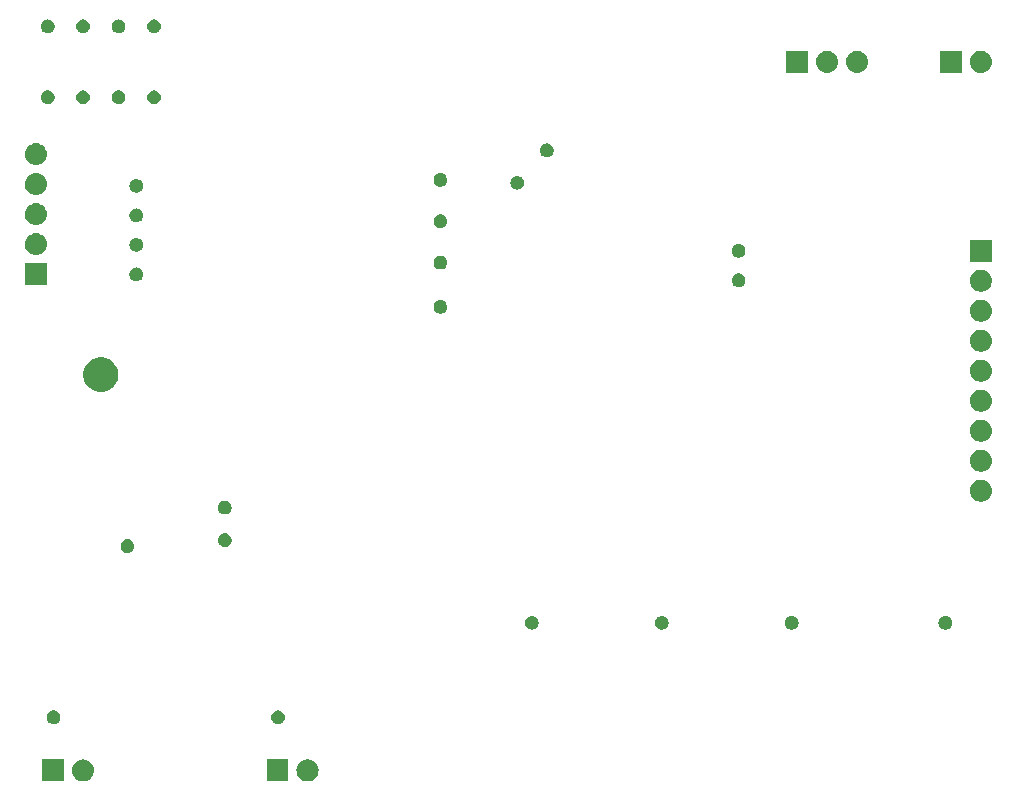
<source format=gbr>
G04 #@! TF.GenerationSoftware,KiCad,Pcbnew,5.1.4*
G04 #@! TF.CreationDate,2019-11-06T21:16:27-05:00*
G04 #@! TF.ProjectId,device-config-demo,64657669-6365-42d6-936f-6e6669672d64,rev?*
G04 #@! TF.SameCoordinates,Original*
G04 #@! TF.FileFunction,Soldermask,Bot*
G04 #@! TF.FilePolarity,Negative*
%FSLAX46Y46*%
G04 Gerber Fmt 4.6, Leading zero omitted, Abs format (unit mm)*
G04 Created by KiCad (PCBNEW 5.1.4) date 2019-11-06 21:16:27*
%MOMM*%
%LPD*%
G04 APERTURE LIST*
%ADD10C,0.100000*%
G04 APERTURE END LIST*
D10*
G36*
X233091224Y-209074486D02*
G01*
X233182312Y-209083457D01*
X233357617Y-209136636D01*
X233357620Y-209136637D01*
X233443298Y-209182433D01*
X233519180Y-209222992D01*
X233660791Y-209339209D01*
X233777008Y-209480820D01*
X233817567Y-209556702D01*
X233863363Y-209642380D01*
X233863364Y-209642383D01*
X233916543Y-209817688D01*
X233934499Y-210000000D01*
X233916543Y-210182312D01*
X233863364Y-210357617D01*
X233863363Y-210357620D01*
X233817567Y-210443298D01*
X233777008Y-210519180D01*
X233660791Y-210660791D01*
X233519180Y-210777008D01*
X233443298Y-210817567D01*
X233357620Y-210863363D01*
X233357617Y-210863364D01*
X233182312Y-210916543D01*
X233091224Y-210925514D01*
X233045681Y-210930000D01*
X232954319Y-210930000D01*
X232908776Y-210925514D01*
X232817688Y-210916543D01*
X232642383Y-210863364D01*
X232642380Y-210863363D01*
X232556702Y-210817567D01*
X232480820Y-210777008D01*
X232339209Y-210660791D01*
X232222992Y-210519180D01*
X232182433Y-210443298D01*
X232136637Y-210357620D01*
X232136636Y-210357617D01*
X232083457Y-210182312D01*
X232065501Y-210000000D01*
X232083457Y-209817688D01*
X232136636Y-209642383D01*
X232136637Y-209642380D01*
X232182433Y-209556702D01*
X232222992Y-209480820D01*
X232339209Y-209339209D01*
X232480820Y-209222992D01*
X232556702Y-209182433D01*
X232642380Y-209136637D01*
X232642383Y-209136636D01*
X232817688Y-209083457D01*
X232908776Y-209074486D01*
X232954319Y-209070000D01*
X233045681Y-209070000D01*
X233091224Y-209074486D01*
X233091224Y-209074486D01*
G37*
G36*
X231390000Y-210930000D02*
G01*
X229530000Y-210930000D01*
X229530000Y-209070000D01*
X231390000Y-209070000D01*
X231390000Y-210930000D01*
X231390000Y-210930000D01*
G37*
G36*
X212390000Y-210930000D02*
G01*
X210530000Y-210930000D01*
X210530000Y-209070000D01*
X212390000Y-209070000D01*
X212390000Y-210930000D01*
X212390000Y-210930000D01*
G37*
G36*
X214091224Y-209074486D02*
G01*
X214182312Y-209083457D01*
X214357617Y-209136636D01*
X214357620Y-209136637D01*
X214443298Y-209182433D01*
X214519180Y-209222992D01*
X214660791Y-209339209D01*
X214777008Y-209480820D01*
X214817567Y-209556702D01*
X214863363Y-209642380D01*
X214863364Y-209642383D01*
X214916543Y-209817688D01*
X214934499Y-210000000D01*
X214916543Y-210182312D01*
X214863364Y-210357617D01*
X214863363Y-210357620D01*
X214817567Y-210443298D01*
X214777008Y-210519180D01*
X214660791Y-210660791D01*
X214519180Y-210777008D01*
X214443298Y-210817567D01*
X214357620Y-210863363D01*
X214357617Y-210863364D01*
X214182312Y-210916543D01*
X214091224Y-210925514D01*
X214045681Y-210930000D01*
X213954319Y-210930000D01*
X213908776Y-210925514D01*
X213817688Y-210916543D01*
X213642383Y-210863364D01*
X213642380Y-210863363D01*
X213556702Y-210817567D01*
X213480820Y-210777008D01*
X213339209Y-210660791D01*
X213222992Y-210519180D01*
X213182433Y-210443298D01*
X213136637Y-210357620D01*
X213136636Y-210357617D01*
X213083457Y-210182312D01*
X213065501Y-210000000D01*
X213083457Y-209817688D01*
X213136636Y-209642383D01*
X213136637Y-209642380D01*
X213182433Y-209556702D01*
X213222992Y-209480820D01*
X213339209Y-209339209D01*
X213480820Y-209222992D01*
X213556702Y-209182433D01*
X213642380Y-209136637D01*
X213642383Y-209136636D01*
X213817688Y-209083457D01*
X213908776Y-209074486D01*
X213954319Y-209070000D01*
X214045681Y-209070000D01*
X214091224Y-209074486D01*
X214091224Y-209074486D01*
G37*
G36*
X211613152Y-204931144D02*
G01*
X211669180Y-204942289D01*
X211774733Y-204986011D01*
X211869728Y-205049485D01*
X211950515Y-205130272D01*
X212013989Y-205225267D01*
X212057711Y-205330820D01*
X212080000Y-205442875D01*
X212080000Y-205557125D01*
X212057711Y-205669180D01*
X212013989Y-205774733D01*
X211950515Y-205869728D01*
X211869728Y-205950515D01*
X211774733Y-206013989D01*
X211669180Y-206057711D01*
X211613153Y-206068855D01*
X211557126Y-206080000D01*
X211442874Y-206080000D01*
X211386847Y-206068855D01*
X211330820Y-206057711D01*
X211225267Y-206013989D01*
X211130272Y-205950515D01*
X211049485Y-205869728D01*
X210986011Y-205774733D01*
X210942289Y-205669180D01*
X210920000Y-205557125D01*
X210920000Y-205442875D01*
X210942289Y-205330820D01*
X210986011Y-205225267D01*
X211049485Y-205130272D01*
X211130272Y-205049485D01*
X211225267Y-204986011D01*
X211330820Y-204942289D01*
X211386848Y-204931144D01*
X211442874Y-204920000D01*
X211557126Y-204920000D01*
X211613152Y-204931144D01*
X211613152Y-204931144D01*
G37*
G36*
X230613152Y-204931144D02*
G01*
X230669180Y-204942289D01*
X230774733Y-204986011D01*
X230869728Y-205049485D01*
X230950515Y-205130272D01*
X231013989Y-205225267D01*
X231057711Y-205330820D01*
X231080000Y-205442875D01*
X231080000Y-205557125D01*
X231057711Y-205669180D01*
X231013989Y-205774733D01*
X230950515Y-205869728D01*
X230869728Y-205950515D01*
X230774733Y-206013989D01*
X230669180Y-206057711D01*
X230613153Y-206068855D01*
X230557126Y-206080000D01*
X230442874Y-206080000D01*
X230386847Y-206068855D01*
X230330820Y-206057711D01*
X230225267Y-206013989D01*
X230130272Y-205950515D01*
X230049485Y-205869728D01*
X229986011Y-205774733D01*
X229942289Y-205669180D01*
X229920000Y-205557125D01*
X229920000Y-205442875D01*
X229942289Y-205330820D01*
X229986011Y-205225267D01*
X230049485Y-205130272D01*
X230130272Y-205049485D01*
X230225267Y-204986011D01*
X230330820Y-204942289D01*
X230386848Y-204931144D01*
X230442874Y-204920000D01*
X230557126Y-204920000D01*
X230613152Y-204931144D01*
X230613152Y-204931144D01*
G37*
G36*
X287113153Y-196931145D02*
G01*
X287169180Y-196942289D01*
X287274733Y-196986011D01*
X287369728Y-197049485D01*
X287450515Y-197130272D01*
X287513989Y-197225267D01*
X287557711Y-197330820D01*
X287580000Y-197442875D01*
X287580000Y-197557125D01*
X287557711Y-197669180D01*
X287513989Y-197774733D01*
X287450515Y-197869728D01*
X287369728Y-197950515D01*
X287274733Y-198013989D01*
X287169180Y-198057711D01*
X287113153Y-198068855D01*
X287057126Y-198080000D01*
X286942874Y-198080000D01*
X286886847Y-198068855D01*
X286830820Y-198057711D01*
X286725267Y-198013989D01*
X286630272Y-197950515D01*
X286549485Y-197869728D01*
X286486011Y-197774733D01*
X286442289Y-197669180D01*
X286420000Y-197557125D01*
X286420000Y-197442875D01*
X286442289Y-197330820D01*
X286486011Y-197225267D01*
X286549485Y-197130272D01*
X286630272Y-197049485D01*
X286725267Y-196986011D01*
X286830820Y-196942289D01*
X286886847Y-196931145D01*
X286942874Y-196920000D01*
X287057126Y-196920000D01*
X287113153Y-196931145D01*
X287113153Y-196931145D01*
G37*
G36*
X274113153Y-196931145D02*
G01*
X274169180Y-196942289D01*
X274274733Y-196986011D01*
X274369728Y-197049485D01*
X274450515Y-197130272D01*
X274513989Y-197225267D01*
X274557711Y-197330820D01*
X274580000Y-197442875D01*
X274580000Y-197557125D01*
X274557711Y-197669180D01*
X274513989Y-197774733D01*
X274450515Y-197869728D01*
X274369728Y-197950515D01*
X274274733Y-198013989D01*
X274169180Y-198057711D01*
X274113153Y-198068855D01*
X274057126Y-198080000D01*
X273942874Y-198080000D01*
X273886847Y-198068855D01*
X273830820Y-198057711D01*
X273725267Y-198013989D01*
X273630272Y-197950515D01*
X273549485Y-197869728D01*
X273486011Y-197774733D01*
X273442289Y-197669180D01*
X273420000Y-197557125D01*
X273420000Y-197442875D01*
X273442289Y-197330820D01*
X273486011Y-197225267D01*
X273549485Y-197130272D01*
X273630272Y-197049485D01*
X273725267Y-196986011D01*
X273830820Y-196942289D01*
X273886847Y-196931145D01*
X273942874Y-196920000D01*
X274057126Y-196920000D01*
X274113153Y-196931145D01*
X274113153Y-196931145D01*
G37*
G36*
X263113153Y-196931145D02*
G01*
X263169180Y-196942289D01*
X263274733Y-196986011D01*
X263369728Y-197049485D01*
X263450515Y-197130272D01*
X263513989Y-197225267D01*
X263557711Y-197330820D01*
X263580000Y-197442875D01*
X263580000Y-197557125D01*
X263557711Y-197669180D01*
X263513989Y-197774733D01*
X263450515Y-197869728D01*
X263369728Y-197950515D01*
X263274733Y-198013989D01*
X263169180Y-198057711D01*
X263113153Y-198068855D01*
X263057126Y-198080000D01*
X262942874Y-198080000D01*
X262886847Y-198068855D01*
X262830820Y-198057711D01*
X262725267Y-198013989D01*
X262630272Y-197950515D01*
X262549485Y-197869728D01*
X262486011Y-197774733D01*
X262442289Y-197669180D01*
X262420000Y-197557125D01*
X262420000Y-197442875D01*
X262442289Y-197330820D01*
X262486011Y-197225267D01*
X262549485Y-197130272D01*
X262630272Y-197049485D01*
X262725267Y-196986011D01*
X262830820Y-196942289D01*
X262886847Y-196931145D01*
X262942874Y-196920000D01*
X263057126Y-196920000D01*
X263113153Y-196931145D01*
X263113153Y-196931145D01*
G37*
G36*
X252113153Y-196931145D02*
G01*
X252169180Y-196942289D01*
X252274733Y-196986011D01*
X252369728Y-197049485D01*
X252450515Y-197130272D01*
X252513989Y-197225267D01*
X252557711Y-197330820D01*
X252580000Y-197442875D01*
X252580000Y-197557125D01*
X252557711Y-197669180D01*
X252513989Y-197774733D01*
X252450515Y-197869728D01*
X252369728Y-197950515D01*
X252274733Y-198013989D01*
X252169180Y-198057711D01*
X252113153Y-198068855D01*
X252057126Y-198080000D01*
X251942874Y-198080000D01*
X251886847Y-198068855D01*
X251830820Y-198057711D01*
X251725267Y-198013989D01*
X251630272Y-197950515D01*
X251549485Y-197869728D01*
X251486011Y-197774733D01*
X251442289Y-197669180D01*
X251420000Y-197557125D01*
X251420000Y-197442875D01*
X251442289Y-197330820D01*
X251486011Y-197225267D01*
X251549485Y-197130272D01*
X251630272Y-197049485D01*
X251725267Y-196986011D01*
X251830820Y-196942289D01*
X251886847Y-196931145D01*
X251942874Y-196920000D01*
X252057126Y-196920000D01*
X252113153Y-196931145D01*
X252113153Y-196931145D01*
G37*
G36*
X217863152Y-190431144D02*
G01*
X217919180Y-190442289D01*
X218024733Y-190486011D01*
X218119728Y-190549485D01*
X218200515Y-190630272D01*
X218263990Y-190725269D01*
X218307711Y-190830821D01*
X218330000Y-190942874D01*
X218330000Y-191057126D01*
X218325450Y-191080000D01*
X218307711Y-191169180D01*
X218263989Y-191274733D01*
X218200515Y-191369728D01*
X218119728Y-191450515D01*
X218024733Y-191513989D01*
X217919180Y-191557711D01*
X217863153Y-191568855D01*
X217807126Y-191580000D01*
X217692874Y-191580000D01*
X217636848Y-191568856D01*
X217580820Y-191557711D01*
X217475267Y-191513989D01*
X217380272Y-191450515D01*
X217299485Y-191369728D01*
X217236011Y-191274733D01*
X217192289Y-191169180D01*
X217174550Y-191080000D01*
X217170000Y-191057126D01*
X217170000Y-190942874D01*
X217192289Y-190830821D01*
X217236010Y-190725269D01*
X217299485Y-190630272D01*
X217380272Y-190549485D01*
X217475267Y-190486011D01*
X217580820Y-190442289D01*
X217636848Y-190431144D01*
X217692874Y-190420000D01*
X217807126Y-190420000D01*
X217863152Y-190431144D01*
X217863152Y-190431144D01*
G37*
G36*
X226113152Y-189931144D02*
G01*
X226169180Y-189942289D01*
X226274733Y-189986011D01*
X226369728Y-190049485D01*
X226450515Y-190130272D01*
X226513990Y-190225269D01*
X226557711Y-190330821D01*
X226579884Y-190442289D01*
X226580000Y-190442875D01*
X226580000Y-190557125D01*
X226557711Y-190669180D01*
X226513989Y-190774733D01*
X226450515Y-190869728D01*
X226369728Y-190950515D01*
X226274733Y-191013989D01*
X226169180Y-191057711D01*
X226113152Y-191068856D01*
X226057126Y-191080000D01*
X225942874Y-191080000D01*
X225886848Y-191068856D01*
X225830820Y-191057711D01*
X225725267Y-191013989D01*
X225630272Y-190950515D01*
X225549485Y-190869728D01*
X225486011Y-190774733D01*
X225442289Y-190669180D01*
X225420000Y-190557125D01*
X225420000Y-190442875D01*
X225420117Y-190442289D01*
X225442289Y-190330821D01*
X225486010Y-190225269D01*
X225549485Y-190130272D01*
X225630272Y-190049485D01*
X225725267Y-189986011D01*
X225830820Y-189942289D01*
X225886847Y-189931145D01*
X225942874Y-189920000D01*
X226057126Y-189920000D01*
X226113152Y-189931144D01*
X226113152Y-189931144D01*
G37*
G36*
X226113153Y-187181145D02*
G01*
X226169180Y-187192289D01*
X226274733Y-187236011D01*
X226369728Y-187299485D01*
X226450515Y-187380272D01*
X226513989Y-187475267D01*
X226557711Y-187580820D01*
X226580000Y-187692875D01*
X226580000Y-187807125D01*
X226557711Y-187919180D01*
X226513989Y-188024733D01*
X226450515Y-188119728D01*
X226369728Y-188200515D01*
X226274733Y-188263989D01*
X226169180Y-188307711D01*
X226113152Y-188318856D01*
X226057126Y-188330000D01*
X225942874Y-188330000D01*
X225886848Y-188318856D01*
X225830820Y-188307711D01*
X225725267Y-188263989D01*
X225630272Y-188200515D01*
X225549485Y-188119728D01*
X225486011Y-188024733D01*
X225442289Y-187919180D01*
X225420000Y-187807125D01*
X225420000Y-187692875D01*
X225442289Y-187580820D01*
X225486011Y-187475267D01*
X225549485Y-187380272D01*
X225630272Y-187299485D01*
X225725267Y-187236011D01*
X225830820Y-187192289D01*
X225886847Y-187181145D01*
X225942874Y-187170000D01*
X226057126Y-187170000D01*
X226113153Y-187181145D01*
X226113153Y-187181145D01*
G37*
G36*
X290091224Y-185394486D02*
G01*
X290182312Y-185403457D01*
X290357617Y-185456636D01*
X290357620Y-185456637D01*
X290443298Y-185502433D01*
X290519180Y-185542992D01*
X290660791Y-185659209D01*
X290777008Y-185800820D01*
X290817567Y-185876702D01*
X290863363Y-185962380D01*
X290863364Y-185962383D01*
X290916543Y-186137688D01*
X290934499Y-186320000D01*
X290916543Y-186502312D01*
X290863364Y-186677617D01*
X290863363Y-186677620D01*
X290817567Y-186763298D01*
X290777008Y-186839180D01*
X290660791Y-186980791D01*
X290519180Y-187097008D01*
X290443298Y-187137567D01*
X290357620Y-187183363D01*
X290357617Y-187183364D01*
X290182312Y-187236543D01*
X290091224Y-187245514D01*
X290045681Y-187250000D01*
X289954319Y-187250000D01*
X289908776Y-187245514D01*
X289817688Y-187236543D01*
X289642383Y-187183364D01*
X289642380Y-187183363D01*
X289556702Y-187137567D01*
X289480820Y-187097008D01*
X289339209Y-186980791D01*
X289222992Y-186839180D01*
X289182433Y-186763298D01*
X289136637Y-186677620D01*
X289136636Y-186677617D01*
X289083457Y-186502312D01*
X289065501Y-186320000D01*
X289083457Y-186137688D01*
X289136636Y-185962383D01*
X289136637Y-185962380D01*
X289182433Y-185876702D01*
X289222992Y-185800820D01*
X289339209Y-185659209D01*
X289480820Y-185542992D01*
X289556702Y-185502433D01*
X289642380Y-185456637D01*
X289642383Y-185456636D01*
X289817688Y-185403457D01*
X289908776Y-185394486D01*
X289954319Y-185390000D01*
X290045681Y-185390000D01*
X290091224Y-185394486D01*
X290091224Y-185394486D01*
G37*
G36*
X290091224Y-182854486D02*
G01*
X290182312Y-182863457D01*
X290357617Y-182916636D01*
X290357620Y-182916637D01*
X290443298Y-182962433D01*
X290519180Y-183002992D01*
X290660791Y-183119209D01*
X290777008Y-183260820D01*
X290817567Y-183336702D01*
X290863363Y-183422380D01*
X290863364Y-183422383D01*
X290916543Y-183597688D01*
X290934499Y-183780000D01*
X290916543Y-183962312D01*
X290863364Y-184137617D01*
X290863363Y-184137620D01*
X290817567Y-184223298D01*
X290777008Y-184299180D01*
X290660791Y-184440791D01*
X290519180Y-184557008D01*
X290443298Y-184597567D01*
X290357620Y-184643363D01*
X290357617Y-184643364D01*
X290182312Y-184696543D01*
X290091224Y-184705514D01*
X290045681Y-184710000D01*
X289954319Y-184710000D01*
X289908776Y-184705514D01*
X289817688Y-184696543D01*
X289642383Y-184643364D01*
X289642380Y-184643363D01*
X289556702Y-184597567D01*
X289480820Y-184557008D01*
X289339209Y-184440791D01*
X289222992Y-184299180D01*
X289182433Y-184223298D01*
X289136637Y-184137620D01*
X289136636Y-184137617D01*
X289083457Y-183962312D01*
X289065501Y-183780000D01*
X289083457Y-183597688D01*
X289136636Y-183422383D01*
X289136637Y-183422380D01*
X289182433Y-183336702D01*
X289222992Y-183260820D01*
X289339209Y-183119209D01*
X289480820Y-183002992D01*
X289556702Y-182962433D01*
X289642380Y-182916637D01*
X289642383Y-182916636D01*
X289817688Y-182863457D01*
X289908776Y-182854486D01*
X289954319Y-182850000D01*
X290045681Y-182850000D01*
X290091224Y-182854486D01*
X290091224Y-182854486D01*
G37*
G36*
X290091224Y-180314486D02*
G01*
X290182312Y-180323457D01*
X290357617Y-180376636D01*
X290357620Y-180376637D01*
X290443298Y-180422433D01*
X290519180Y-180462992D01*
X290660791Y-180579209D01*
X290777008Y-180720820D01*
X290817567Y-180796702D01*
X290863363Y-180882380D01*
X290863364Y-180882383D01*
X290916543Y-181057688D01*
X290934499Y-181240000D01*
X290916543Y-181422312D01*
X290863364Y-181597617D01*
X290863363Y-181597620D01*
X290817567Y-181683298D01*
X290777008Y-181759180D01*
X290660791Y-181900791D01*
X290519180Y-182017008D01*
X290443298Y-182057567D01*
X290357620Y-182103363D01*
X290357617Y-182103364D01*
X290182312Y-182156543D01*
X290091224Y-182165514D01*
X290045681Y-182170000D01*
X289954319Y-182170000D01*
X289908776Y-182165514D01*
X289817688Y-182156543D01*
X289642383Y-182103364D01*
X289642380Y-182103363D01*
X289556702Y-182057567D01*
X289480820Y-182017008D01*
X289339209Y-181900791D01*
X289222992Y-181759180D01*
X289182433Y-181683298D01*
X289136637Y-181597620D01*
X289136636Y-181597617D01*
X289083457Y-181422312D01*
X289065501Y-181240000D01*
X289083457Y-181057688D01*
X289136636Y-180882383D01*
X289136637Y-180882380D01*
X289182433Y-180796702D01*
X289222992Y-180720820D01*
X289339209Y-180579209D01*
X289480820Y-180462992D01*
X289556702Y-180422433D01*
X289642380Y-180376637D01*
X289642383Y-180376636D01*
X289817688Y-180323457D01*
X289908776Y-180314486D01*
X289954319Y-180310000D01*
X290045681Y-180310000D01*
X290091224Y-180314486D01*
X290091224Y-180314486D01*
G37*
G36*
X290091224Y-177774486D02*
G01*
X290182312Y-177783457D01*
X290357617Y-177836636D01*
X290357620Y-177836637D01*
X290443298Y-177882433D01*
X290519180Y-177922992D01*
X290660791Y-178039209D01*
X290777008Y-178180820D01*
X290817567Y-178256702D01*
X290863363Y-178342380D01*
X290863364Y-178342383D01*
X290916543Y-178517688D01*
X290934499Y-178700000D01*
X290916543Y-178882312D01*
X290863364Y-179057617D01*
X290863363Y-179057620D01*
X290817567Y-179143298D01*
X290777008Y-179219180D01*
X290660791Y-179360791D01*
X290519180Y-179477008D01*
X290443298Y-179517567D01*
X290357620Y-179563363D01*
X290357617Y-179563364D01*
X290182312Y-179616543D01*
X290091224Y-179625514D01*
X290045681Y-179630000D01*
X289954319Y-179630000D01*
X289908776Y-179625514D01*
X289817688Y-179616543D01*
X289642383Y-179563364D01*
X289642380Y-179563363D01*
X289556702Y-179517567D01*
X289480820Y-179477008D01*
X289339209Y-179360791D01*
X289222992Y-179219180D01*
X289182433Y-179143298D01*
X289136637Y-179057620D01*
X289136636Y-179057617D01*
X289083457Y-178882312D01*
X289065501Y-178700000D01*
X289083457Y-178517688D01*
X289136636Y-178342383D01*
X289136637Y-178342380D01*
X289182433Y-178256702D01*
X289222992Y-178180820D01*
X289339209Y-178039209D01*
X289480820Y-177922992D01*
X289556702Y-177882433D01*
X289642380Y-177836637D01*
X289642383Y-177836636D01*
X289817688Y-177783457D01*
X289908776Y-177774486D01*
X289954319Y-177770000D01*
X290045681Y-177770000D01*
X290091224Y-177774486D01*
X290091224Y-177774486D01*
G37*
G36*
X215931699Y-175076875D02*
G01*
X216201041Y-175188440D01*
X216201043Y-175188441D01*
X216443445Y-175350409D01*
X216649591Y-175556555D01*
X216811559Y-175798957D01*
X216811560Y-175798959D01*
X216923125Y-176068301D01*
X216980000Y-176354231D01*
X216980000Y-176645769D01*
X216923125Y-176931699D01*
X216811560Y-177201041D01*
X216811559Y-177201043D01*
X216649591Y-177443445D01*
X216443445Y-177649591D01*
X216201043Y-177811559D01*
X216201042Y-177811560D01*
X216201041Y-177811560D01*
X215931699Y-177923125D01*
X215645769Y-177980000D01*
X215354231Y-177980000D01*
X215068301Y-177923125D01*
X214798959Y-177811560D01*
X214798958Y-177811560D01*
X214798957Y-177811559D01*
X214556555Y-177649591D01*
X214350409Y-177443445D01*
X214188441Y-177201043D01*
X214188440Y-177201041D01*
X214076875Y-176931699D01*
X214020000Y-176645769D01*
X214020000Y-176354231D01*
X214076875Y-176068301D01*
X214188440Y-175798959D01*
X214188441Y-175798957D01*
X214350409Y-175556555D01*
X214556555Y-175350409D01*
X214798957Y-175188441D01*
X214798959Y-175188440D01*
X215068301Y-175076875D01*
X215354231Y-175020000D01*
X215645769Y-175020000D01*
X215931699Y-175076875D01*
X215931699Y-175076875D01*
G37*
G36*
X290091224Y-175234486D02*
G01*
X290182312Y-175243457D01*
X290357617Y-175296636D01*
X290357620Y-175296637D01*
X290443298Y-175342433D01*
X290519180Y-175382992D01*
X290660791Y-175499209D01*
X290777008Y-175640820D01*
X290817567Y-175716702D01*
X290863363Y-175802380D01*
X290863364Y-175802383D01*
X290916543Y-175977688D01*
X290934499Y-176160000D01*
X290916543Y-176342312D01*
X290863364Y-176517617D01*
X290863363Y-176517620D01*
X290817567Y-176603298D01*
X290777008Y-176679180D01*
X290660791Y-176820791D01*
X290519180Y-176937008D01*
X290443298Y-176977567D01*
X290357620Y-177023363D01*
X290357617Y-177023364D01*
X290182312Y-177076543D01*
X290091224Y-177085514D01*
X290045681Y-177090000D01*
X289954319Y-177090000D01*
X289908776Y-177085514D01*
X289817688Y-177076543D01*
X289642383Y-177023364D01*
X289642380Y-177023363D01*
X289556702Y-176977567D01*
X289480820Y-176937008D01*
X289339209Y-176820791D01*
X289222992Y-176679180D01*
X289182433Y-176603298D01*
X289136637Y-176517620D01*
X289136636Y-176517617D01*
X289083457Y-176342312D01*
X289065501Y-176160000D01*
X289083457Y-175977688D01*
X289136636Y-175802383D01*
X289136637Y-175802380D01*
X289182433Y-175716702D01*
X289222992Y-175640820D01*
X289339209Y-175499209D01*
X289480820Y-175382992D01*
X289556702Y-175342433D01*
X289642380Y-175296637D01*
X289642383Y-175296636D01*
X289817688Y-175243457D01*
X289908776Y-175234486D01*
X289954319Y-175230000D01*
X290045681Y-175230000D01*
X290091224Y-175234486D01*
X290091224Y-175234486D01*
G37*
G36*
X290091224Y-172694486D02*
G01*
X290182312Y-172703457D01*
X290357617Y-172756636D01*
X290357620Y-172756637D01*
X290443298Y-172802433D01*
X290519180Y-172842992D01*
X290660791Y-172959209D01*
X290777008Y-173100820D01*
X290817567Y-173176702D01*
X290863363Y-173262380D01*
X290863364Y-173262383D01*
X290916543Y-173437688D01*
X290934499Y-173620000D01*
X290916543Y-173802312D01*
X290863364Y-173977617D01*
X290863363Y-173977620D01*
X290817567Y-174063298D01*
X290777008Y-174139180D01*
X290660791Y-174280791D01*
X290519180Y-174397008D01*
X290443298Y-174437567D01*
X290357620Y-174483363D01*
X290357617Y-174483364D01*
X290182312Y-174536543D01*
X290091224Y-174545514D01*
X290045681Y-174550000D01*
X289954319Y-174550000D01*
X289908776Y-174545514D01*
X289817688Y-174536543D01*
X289642383Y-174483364D01*
X289642380Y-174483363D01*
X289556702Y-174437567D01*
X289480820Y-174397008D01*
X289339209Y-174280791D01*
X289222992Y-174139180D01*
X289182433Y-174063298D01*
X289136637Y-173977620D01*
X289136636Y-173977617D01*
X289083457Y-173802312D01*
X289065501Y-173620000D01*
X289083457Y-173437688D01*
X289136636Y-173262383D01*
X289136637Y-173262380D01*
X289182433Y-173176702D01*
X289222992Y-173100820D01*
X289339209Y-172959209D01*
X289480820Y-172842992D01*
X289556702Y-172802433D01*
X289642380Y-172756637D01*
X289642383Y-172756636D01*
X289817688Y-172703457D01*
X289908776Y-172694486D01*
X289954319Y-172690000D01*
X290045681Y-172690000D01*
X290091224Y-172694486D01*
X290091224Y-172694486D01*
G37*
G36*
X290091224Y-170154486D02*
G01*
X290182312Y-170163457D01*
X290357617Y-170216636D01*
X290357620Y-170216637D01*
X290393864Y-170236010D01*
X290519180Y-170302992D01*
X290660791Y-170419209D01*
X290777008Y-170560820D01*
X290817567Y-170636702D01*
X290863363Y-170722380D01*
X290863364Y-170722383D01*
X290916543Y-170897688D01*
X290934499Y-171080000D01*
X290916543Y-171262312D01*
X290863364Y-171437617D01*
X290863363Y-171437620D01*
X290817567Y-171523298D01*
X290777008Y-171599180D01*
X290660791Y-171740791D01*
X290519180Y-171857008D01*
X290443298Y-171897567D01*
X290357620Y-171943363D01*
X290357617Y-171943364D01*
X290182312Y-171996543D01*
X290091224Y-172005514D01*
X290045681Y-172010000D01*
X289954319Y-172010000D01*
X289908776Y-172005514D01*
X289817688Y-171996543D01*
X289642383Y-171943364D01*
X289642380Y-171943363D01*
X289556702Y-171897567D01*
X289480820Y-171857008D01*
X289339209Y-171740791D01*
X289222992Y-171599180D01*
X289182433Y-171523298D01*
X289136637Y-171437620D01*
X289136636Y-171437617D01*
X289083457Y-171262312D01*
X289065501Y-171080000D01*
X289083457Y-170897688D01*
X289136636Y-170722383D01*
X289136637Y-170722380D01*
X289182433Y-170636702D01*
X289222992Y-170560820D01*
X289339209Y-170419209D01*
X289480820Y-170302992D01*
X289606136Y-170236010D01*
X289642380Y-170216637D01*
X289642383Y-170216636D01*
X289817688Y-170163457D01*
X289908776Y-170154486D01*
X289954319Y-170150000D01*
X290045681Y-170150000D01*
X290091224Y-170154486D01*
X290091224Y-170154486D01*
G37*
G36*
X244363153Y-170181145D02*
G01*
X244419180Y-170192289D01*
X244524733Y-170236011D01*
X244619728Y-170299485D01*
X244700515Y-170380272D01*
X244763989Y-170475267D01*
X244807711Y-170580820D01*
X244830000Y-170692875D01*
X244830000Y-170807125D01*
X244807711Y-170919180D01*
X244763989Y-171024733D01*
X244700515Y-171119728D01*
X244619728Y-171200515D01*
X244524733Y-171263989D01*
X244419180Y-171307711D01*
X244363152Y-171318856D01*
X244307126Y-171330000D01*
X244192874Y-171330000D01*
X244136848Y-171318856D01*
X244080820Y-171307711D01*
X243975267Y-171263989D01*
X243880272Y-171200515D01*
X243799485Y-171119728D01*
X243736011Y-171024733D01*
X243692289Y-170919180D01*
X243670000Y-170807125D01*
X243670000Y-170692875D01*
X243692289Y-170580820D01*
X243736011Y-170475267D01*
X243799485Y-170380272D01*
X243880272Y-170299485D01*
X243975267Y-170236011D01*
X244080820Y-170192289D01*
X244136847Y-170181145D01*
X244192874Y-170170000D01*
X244307126Y-170170000D01*
X244363153Y-170181145D01*
X244363153Y-170181145D01*
G37*
G36*
X290091224Y-167614486D02*
G01*
X290182312Y-167623457D01*
X290357617Y-167676636D01*
X290357620Y-167676637D01*
X290443298Y-167722433D01*
X290519180Y-167762992D01*
X290660791Y-167879209D01*
X290777008Y-168020820D01*
X290817567Y-168096702D01*
X290863363Y-168182380D01*
X290863364Y-168182383D01*
X290916543Y-168357688D01*
X290934499Y-168540000D01*
X290916543Y-168722312D01*
X290900641Y-168774733D01*
X290863363Y-168897620D01*
X290835090Y-168950515D01*
X290777008Y-169059180D01*
X290660791Y-169200791D01*
X290519180Y-169317008D01*
X290443298Y-169357567D01*
X290357620Y-169403363D01*
X290357617Y-169403364D01*
X290182312Y-169456543D01*
X290091224Y-169465514D01*
X290045681Y-169470000D01*
X289954319Y-169470000D01*
X289908776Y-169465514D01*
X289817688Y-169456543D01*
X289642383Y-169403364D01*
X289642380Y-169403363D01*
X289556702Y-169357567D01*
X289480820Y-169317008D01*
X289339209Y-169200791D01*
X289222992Y-169059180D01*
X289164910Y-168950515D01*
X289136637Y-168897620D01*
X289099359Y-168774733D01*
X289083457Y-168722312D01*
X289065501Y-168540000D01*
X289083457Y-168357688D01*
X289136636Y-168182383D01*
X289136637Y-168182380D01*
X289182433Y-168096702D01*
X289222992Y-168020820D01*
X289339209Y-167879209D01*
X289480820Y-167762992D01*
X289556702Y-167722433D01*
X289642380Y-167676637D01*
X289642383Y-167676636D01*
X289817688Y-167623457D01*
X289908776Y-167614486D01*
X289954319Y-167610000D01*
X290045681Y-167610000D01*
X290091224Y-167614486D01*
X290091224Y-167614486D01*
G37*
G36*
X269613153Y-167931145D02*
G01*
X269669180Y-167942289D01*
X269774733Y-167986011D01*
X269869728Y-168049485D01*
X269950515Y-168130272D01*
X269985335Y-168182383D01*
X270013990Y-168225269D01*
X270057711Y-168330821D01*
X270080000Y-168442874D01*
X270080000Y-168557126D01*
X270075450Y-168580000D01*
X270057711Y-168669180D01*
X270013989Y-168774733D01*
X269950515Y-168869728D01*
X269869728Y-168950515D01*
X269774733Y-169013989D01*
X269669180Y-169057711D01*
X269613153Y-169068855D01*
X269557126Y-169080000D01*
X269442874Y-169080000D01*
X269386847Y-169068855D01*
X269330820Y-169057711D01*
X269225267Y-169013989D01*
X269130272Y-168950515D01*
X269049485Y-168869728D01*
X268986011Y-168774733D01*
X268942289Y-168669180D01*
X268924550Y-168580000D01*
X268920000Y-168557126D01*
X268920000Y-168442874D01*
X268942289Y-168330821D01*
X268986010Y-168225269D01*
X269014666Y-168182383D01*
X269049485Y-168130272D01*
X269130272Y-168049485D01*
X269225267Y-167986011D01*
X269330820Y-167942289D01*
X269386847Y-167931145D01*
X269442874Y-167920000D01*
X269557126Y-167920000D01*
X269613153Y-167931145D01*
X269613153Y-167931145D01*
G37*
G36*
X210930000Y-168930000D02*
G01*
X209070000Y-168930000D01*
X209070000Y-167070000D01*
X210930000Y-167070000D01*
X210930000Y-168930000D01*
X210930000Y-168930000D01*
G37*
G36*
X218613153Y-167431145D02*
G01*
X218669180Y-167442289D01*
X218774733Y-167486011D01*
X218869728Y-167549485D01*
X218950515Y-167630272D01*
X218981495Y-167676636D01*
X219013990Y-167725269D01*
X219057711Y-167830821D01*
X219079884Y-167942289D01*
X219080000Y-167942875D01*
X219080000Y-168057125D01*
X219057711Y-168169180D01*
X219013989Y-168274733D01*
X218950515Y-168369728D01*
X218869728Y-168450515D01*
X218774733Y-168513989D01*
X218669180Y-168557711D01*
X218613152Y-168568856D01*
X218557126Y-168580000D01*
X218442874Y-168580000D01*
X218386848Y-168568856D01*
X218330820Y-168557711D01*
X218225267Y-168513989D01*
X218130272Y-168450515D01*
X218049485Y-168369728D01*
X217986011Y-168274733D01*
X217942289Y-168169180D01*
X217920000Y-168057125D01*
X217920000Y-167942875D01*
X217920117Y-167942289D01*
X217942289Y-167830821D01*
X217986010Y-167725269D01*
X218018506Y-167676636D01*
X218049485Y-167630272D01*
X218130272Y-167549485D01*
X218225267Y-167486011D01*
X218330820Y-167442289D01*
X218386847Y-167431145D01*
X218442874Y-167420000D01*
X218557126Y-167420000D01*
X218613153Y-167431145D01*
X218613153Y-167431145D01*
G37*
G36*
X244363152Y-166431144D02*
G01*
X244419180Y-166442289D01*
X244524733Y-166486011D01*
X244619728Y-166549485D01*
X244700515Y-166630272D01*
X244763989Y-166725267D01*
X244807711Y-166830820D01*
X244830000Y-166942875D01*
X244830000Y-167057125D01*
X244807711Y-167169180D01*
X244763989Y-167274733D01*
X244700515Y-167369728D01*
X244619728Y-167450515D01*
X244524733Y-167513989D01*
X244419180Y-167557711D01*
X244363153Y-167568855D01*
X244307126Y-167580000D01*
X244192874Y-167580000D01*
X244136847Y-167568855D01*
X244080820Y-167557711D01*
X243975267Y-167513989D01*
X243880272Y-167450515D01*
X243799485Y-167369728D01*
X243736011Y-167274733D01*
X243692289Y-167169180D01*
X243670000Y-167057125D01*
X243670000Y-166942875D01*
X243692289Y-166830820D01*
X243736011Y-166725267D01*
X243799485Y-166630272D01*
X243880272Y-166549485D01*
X243975267Y-166486011D01*
X244080820Y-166442289D01*
X244136848Y-166431144D01*
X244192874Y-166420000D01*
X244307126Y-166420000D01*
X244363152Y-166431144D01*
X244363152Y-166431144D01*
G37*
G36*
X290930000Y-166930000D02*
G01*
X289070000Y-166930000D01*
X289070000Y-165070000D01*
X290930000Y-165070000D01*
X290930000Y-166930000D01*
X290930000Y-166930000D01*
G37*
G36*
X269613153Y-165431145D02*
G01*
X269669180Y-165442289D01*
X269774733Y-165486011D01*
X269869728Y-165549485D01*
X269950515Y-165630272D01*
X270013990Y-165725269D01*
X270057711Y-165830821D01*
X270080000Y-165942874D01*
X270080000Y-166057126D01*
X270075450Y-166080000D01*
X270057711Y-166169180D01*
X270013989Y-166274733D01*
X269950515Y-166369728D01*
X269869728Y-166450515D01*
X269774733Y-166513989D01*
X269669180Y-166557711D01*
X269613152Y-166568856D01*
X269557126Y-166580000D01*
X269442874Y-166580000D01*
X269386848Y-166568856D01*
X269330820Y-166557711D01*
X269225267Y-166513989D01*
X269130272Y-166450515D01*
X269049485Y-166369728D01*
X268986011Y-166274733D01*
X268942289Y-166169180D01*
X268924550Y-166080000D01*
X268920000Y-166057126D01*
X268920000Y-165942874D01*
X268942289Y-165830821D01*
X268986010Y-165725269D01*
X269049485Y-165630272D01*
X269130272Y-165549485D01*
X269225267Y-165486011D01*
X269330820Y-165442289D01*
X269386848Y-165431144D01*
X269442874Y-165420000D01*
X269557126Y-165420000D01*
X269613153Y-165431145D01*
X269613153Y-165431145D01*
G37*
G36*
X210091224Y-164534486D02*
G01*
X210182312Y-164543457D01*
X210357617Y-164596636D01*
X210357620Y-164596637D01*
X210443298Y-164642433D01*
X210519180Y-164682992D01*
X210660791Y-164799209D01*
X210777008Y-164940820D01*
X210777793Y-164942289D01*
X210863363Y-165102380D01*
X210863364Y-165102383D01*
X210916543Y-165277688D01*
X210934499Y-165460000D01*
X210916543Y-165642312D01*
X210876373Y-165774733D01*
X210863363Y-165817620D01*
X210817567Y-165903298D01*
X210777008Y-165979180D01*
X210660791Y-166120791D01*
X210519180Y-166237008D01*
X210448604Y-166274731D01*
X210357620Y-166323363D01*
X210357617Y-166323364D01*
X210182312Y-166376543D01*
X210091224Y-166385514D01*
X210045681Y-166390000D01*
X209954319Y-166390000D01*
X209908776Y-166385514D01*
X209817688Y-166376543D01*
X209642383Y-166323364D01*
X209642380Y-166323363D01*
X209551396Y-166274731D01*
X209480820Y-166237008D01*
X209339209Y-166120791D01*
X209222992Y-165979180D01*
X209182433Y-165903298D01*
X209136637Y-165817620D01*
X209123627Y-165774733D01*
X209083457Y-165642312D01*
X209065501Y-165460000D01*
X209083457Y-165277688D01*
X209136636Y-165102383D01*
X209136637Y-165102380D01*
X209222207Y-164942289D01*
X209222992Y-164940820D01*
X209339209Y-164799209D01*
X209480820Y-164682992D01*
X209556702Y-164642433D01*
X209642380Y-164596637D01*
X209642383Y-164596636D01*
X209817688Y-164543457D01*
X209908776Y-164534486D01*
X209954319Y-164530000D01*
X210045681Y-164530000D01*
X210091224Y-164534486D01*
X210091224Y-164534486D01*
G37*
G36*
X218613152Y-164931144D02*
G01*
X218669180Y-164942289D01*
X218774733Y-164986011D01*
X218869728Y-165049485D01*
X218950515Y-165130272D01*
X219013989Y-165225267D01*
X219035704Y-165277690D01*
X219057711Y-165330821D01*
X219079884Y-165442289D01*
X219080000Y-165442875D01*
X219080000Y-165557125D01*
X219057711Y-165669180D01*
X219013989Y-165774733D01*
X218950515Y-165869728D01*
X218869728Y-165950515D01*
X218774733Y-166013989D01*
X218669180Y-166057711D01*
X218613153Y-166068855D01*
X218557126Y-166080000D01*
X218442874Y-166080000D01*
X218386847Y-166068855D01*
X218330820Y-166057711D01*
X218225267Y-166013989D01*
X218130272Y-165950515D01*
X218049485Y-165869728D01*
X217986011Y-165774733D01*
X217942289Y-165669180D01*
X217920000Y-165557125D01*
X217920000Y-165442875D01*
X217920117Y-165442289D01*
X217942289Y-165330821D01*
X217964297Y-165277690D01*
X217986011Y-165225267D01*
X218049485Y-165130272D01*
X218130272Y-165049485D01*
X218225267Y-164986011D01*
X218330820Y-164942289D01*
X218386848Y-164931144D01*
X218442874Y-164920000D01*
X218557126Y-164920000D01*
X218613152Y-164931144D01*
X218613152Y-164931144D01*
G37*
G36*
X244363152Y-162931144D02*
G01*
X244419180Y-162942289D01*
X244524733Y-162986011D01*
X244619728Y-163049485D01*
X244700515Y-163130272D01*
X244763989Y-163225267D01*
X244785675Y-163277620D01*
X244807711Y-163330821D01*
X244830000Y-163442874D01*
X244830000Y-163557126D01*
X244825450Y-163580000D01*
X244807711Y-163669180D01*
X244763989Y-163774733D01*
X244700515Y-163869728D01*
X244619728Y-163950515D01*
X244524733Y-164013989D01*
X244419180Y-164057711D01*
X244363153Y-164068855D01*
X244307126Y-164080000D01*
X244192874Y-164080000D01*
X244136847Y-164068855D01*
X244080820Y-164057711D01*
X243975267Y-164013989D01*
X243880272Y-163950515D01*
X243799485Y-163869728D01*
X243736011Y-163774733D01*
X243692289Y-163669180D01*
X243674550Y-163580000D01*
X243670000Y-163557126D01*
X243670000Y-163442874D01*
X243692289Y-163330821D01*
X243714326Y-163277620D01*
X243736011Y-163225267D01*
X243799485Y-163130272D01*
X243880272Y-163049485D01*
X243975267Y-162986011D01*
X244080820Y-162942289D01*
X244136848Y-162931144D01*
X244192874Y-162920000D01*
X244307126Y-162920000D01*
X244363152Y-162931144D01*
X244363152Y-162931144D01*
G37*
G36*
X210091224Y-161994486D02*
G01*
X210182312Y-162003457D01*
X210357617Y-162056636D01*
X210357620Y-162056637D01*
X210443298Y-162102433D01*
X210519180Y-162142992D01*
X210660791Y-162259209D01*
X210777008Y-162400820D01*
X210799173Y-162442289D01*
X210863363Y-162562380D01*
X210863364Y-162562383D01*
X210916543Y-162737688D01*
X210934499Y-162920000D01*
X210916543Y-163102312D01*
X210879244Y-163225267D01*
X210863363Y-163277620D01*
X210817567Y-163363298D01*
X210777008Y-163439180D01*
X210660791Y-163580791D01*
X210519180Y-163697008D01*
X210443298Y-163737567D01*
X210357620Y-163783363D01*
X210357617Y-163783364D01*
X210182312Y-163836543D01*
X210091224Y-163845514D01*
X210045681Y-163850000D01*
X209954319Y-163850000D01*
X209908776Y-163845514D01*
X209817688Y-163836543D01*
X209642383Y-163783364D01*
X209642380Y-163783363D01*
X209556702Y-163737567D01*
X209480820Y-163697008D01*
X209339209Y-163580791D01*
X209222992Y-163439180D01*
X209182433Y-163363298D01*
X209136637Y-163277620D01*
X209120756Y-163225267D01*
X209083457Y-163102312D01*
X209065501Y-162920000D01*
X209083457Y-162737688D01*
X209136636Y-162562383D01*
X209136637Y-162562380D01*
X209200827Y-162442289D01*
X209222992Y-162400820D01*
X209339209Y-162259209D01*
X209480820Y-162142992D01*
X209556702Y-162102433D01*
X209642380Y-162056637D01*
X209642383Y-162056636D01*
X209817688Y-162003457D01*
X209908776Y-161994486D01*
X209954319Y-161990000D01*
X210045681Y-161990000D01*
X210091224Y-161994486D01*
X210091224Y-161994486D01*
G37*
G36*
X218613152Y-162431144D02*
G01*
X218669180Y-162442289D01*
X218774733Y-162486011D01*
X218869728Y-162549485D01*
X218950515Y-162630272D01*
X219013990Y-162725269D01*
X219057711Y-162830821D01*
X219079884Y-162942289D01*
X219080000Y-162942875D01*
X219080000Y-163057125D01*
X219057711Y-163169180D01*
X219013989Y-163274733D01*
X218950515Y-163369728D01*
X218869728Y-163450515D01*
X218774733Y-163513989D01*
X218669180Y-163557711D01*
X218613153Y-163568855D01*
X218557126Y-163580000D01*
X218442874Y-163580000D01*
X218386847Y-163568855D01*
X218330820Y-163557711D01*
X218225267Y-163513989D01*
X218130272Y-163450515D01*
X218049485Y-163369728D01*
X217986011Y-163274733D01*
X217942289Y-163169180D01*
X217920000Y-163057125D01*
X217920000Y-162942875D01*
X217920117Y-162942289D01*
X217942289Y-162830821D01*
X217986010Y-162725269D01*
X218049485Y-162630272D01*
X218130272Y-162549485D01*
X218225267Y-162486011D01*
X218330820Y-162442289D01*
X218386848Y-162431144D01*
X218442874Y-162420000D01*
X218557126Y-162420000D01*
X218613152Y-162431144D01*
X218613152Y-162431144D01*
G37*
G36*
X210091224Y-159454486D02*
G01*
X210182312Y-159463457D01*
X210357617Y-159516636D01*
X210357620Y-159516637D01*
X210419074Y-159549485D01*
X210519180Y-159602992D01*
X210660791Y-159719209D01*
X210777008Y-159860820D01*
X210787405Y-159880272D01*
X210863363Y-160022380D01*
X210863364Y-160022383D01*
X210916543Y-160197688D01*
X210934499Y-160380000D01*
X210916543Y-160562312D01*
X210884124Y-160669180D01*
X210863363Y-160737620D01*
X210825899Y-160807711D01*
X210777008Y-160899180D01*
X210660791Y-161040791D01*
X210519180Y-161157008D01*
X210443298Y-161197567D01*
X210357620Y-161243363D01*
X210357617Y-161243364D01*
X210182312Y-161296543D01*
X210091224Y-161305514D01*
X210045681Y-161310000D01*
X209954319Y-161310000D01*
X209908776Y-161305514D01*
X209817688Y-161296543D01*
X209642383Y-161243364D01*
X209642380Y-161243363D01*
X209556702Y-161197567D01*
X209480820Y-161157008D01*
X209339209Y-161040791D01*
X209222992Y-160899180D01*
X209174101Y-160807711D01*
X209136637Y-160737620D01*
X209115876Y-160669180D01*
X209083457Y-160562312D01*
X209065501Y-160380000D01*
X209083457Y-160197688D01*
X209136636Y-160022383D01*
X209136637Y-160022380D01*
X209212595Y-159880272D01*
X209222992Y-159860820D01*
X209339209Y-159719209D01*
X209480820Y-159602992D01*
X209580926Y-159549485D01*
X209642380Y-159516637D01*
X209642383Y-159516636D01*
X209817688Y-159463457D01*
X209908776Y-159454486D01*
X209954319Y-159450000D01*
X210045681Y-159450000D01*
X210091224Y-159454486D01*
X210091224Y-159454486D01*
G37*
G36*
X218613153Y-159931145D02*
G01*
X218669180Y-159942289D01*
X218774733Y-159986011D01*
X218869728Y-160049485D01*
X218950515Y-160130272D01*
X219013989Y-160225267D01*
X219047897Y-160307126D01*
X219057711Y-160330821D01*
X219080000Y-160442874D01*
X219080000Y-160557126D01*
X219078969Y-160562310D01*
X219057711Y-160669180D01*
X219013989Y-160774733D01*
X218950515Y-160869728D01*
X218869728Y-160950515D01*
X218774733Y-161013989D01*
X218669180Y-161057711D01*
X218613152Y-161068856D01*
X218557126Y-161080000D01*
X218442874Y-161080000D01*
X218386848Y-161068856D01*
X218330820Y-161057711D01*
X218225267Y-161013989D01*
X218130272Y-160950515D01*
X218049485Y-160869728D01*
X217986011Y-160774733D01*
X217942289Y-160669180D01*
X217921031Y-160562310D01*
X217920000Y-160557126D01*
X217920000Y-160442874D01*
X217942289Y-160330821D01*
X217952104Y-160307126D01*
X217986011Y-160225267D01*
X218049485Y-160130272D01*
X218130272Y-160049485D01*
X218225267Y-159986011D01*
X218330820Y-159942289D01*
X218386847Y-159931145D01*
X218442874Y-159920000D01*
X218557126Y-159920000D01*
X218613153Y-159931145D01*
X218613153Y-159931145D01*
G37*
G36*
X250863152Y-159681144D02*
G01*
X250919180Y-159692289D01*
X251024733Y-159736011D01*
X251119728Y-159799485D01*
X251200515Y-159880272D01*
X251263989Y-159975267D01*
X251307711Y-160080820D01*
X251330000Y-160192875D01*
X251330000Y-160307125D01*
X251307711Y-160419180D01*
X251263989Y-160524733D01*
X251200515Y-160619728D01*
X251119728Y-160700515D01*
X251024733Y-160763989D01*
X250919180Y-160807711D01*
X250863153Y-160818855D01*
X250807126Y-160830000D01*
X250692874Y-160830000D01*
X250636847Y-160818855D01*
X250580820Y-160807711D01*
X250475267Y-160763989D01*
X250380272Y-160700515D01*
X250299485Y-160619728D01*
X250236011Y-160524733D01*
X250192289Y-160419180D01*
X250170000Y-160307125D01*
X250170000Y-160192875D01*
X250192289Y-160080820D01*
X250236011Y-159975267D01*
X250299485Y-159880272D01*
X250380272Y-159799485D01*
X250475267Y-159736011D01*
X250580820Y-159692289D01*
X250636848Y-159681144D01*
X250692874Y-159670000D01*
X250807126Y-159670000D01*
X250863152Y-159681144D01*
X250863152Y-159681144D01*
G37*
G36*
X244363153Y-159431145D02*
G01*
X244419180Y-159442289D01*
X244524733Y-159486011D01*
X244619728Y-159549485D01*
X244700515Y-159630272D01*
X244763989Y-159725267D01*
X244807711Y-159830820D01*
X244817548Y-159880272D01*
X244829884Y-159942289D01*
X244830000Y-159942875D01*
X244830000Y-160057125D01*
X244807711Y-160169180D01*
X244763989Y-160274733D01*
X244700515Y-160369728D01*
X244619728Y-160450515D01*
X244524733Y-160513989D01*
X244419180Y-160557711D01*
X244363152Y-160568856D01*
X244307126Y-160580000D01*
X244192874Y-160580000D01*
X244136848Y-160568856D01*
X244080820Y-160557711D01*
X243975267Y-160513989D01*
X243880272Y-160450515D01*
X243799485Y-160369728D01*
X243736011Y-160274733D01*
X243692289Y-160169180D01*
X243670000Y-160057125D01*
X243670000Y-159942875D01*
X243670117Y-159942289D01*
X243682452Y-159880272D01*
X243692289Y-159830820D01*
X243736011Y-159725267D01*
X243799485Y-159630272D01*
X243880272Y-159549485D01*
X243975267Y-159486011D01*
X244080820Y-159442289D01*
X244136847Y-159431145D01*
X244192874Y-159420000D01*
X244307126Y-159420000D01*
X244363153Y-159431145D01*
X244363153Y-159431145D01*
G37*
G36*
X210091224Y-156914486D02*
G01*
X210182312Y-156923457D01*
X210357617Y-156976636D01*
X210357620Y-156976637D01*
X210443298Y-157022433D01*
X210519180Y-157062992D01*
X210660791Y-157179209D01*
X210777008Y-157320820D01*
X210817567Y-157396702D01*
X210863363Y-157482380D01*
X210863364Y-157482383D01*
X210916543Y-157657688D01*
X210934499Y-157840000D01*
X210916543Y-158022312D01*
X210899043Y-158080000D01*
X210863363Y-158197620D01*
X210817567Y-158283298D01*
X210777008Y-158359180D01*
X210660791Y-158500791D01*
X210519180Y-158617008D01*
X210443298Y-158657567D01*
X210357620Y-158703363D01*
X210357617Y-158703364D01*
X210182312Y-158756543D01*
X210091224Y-158765514D01*
X210045681Y-158770000D01*
X209954319Y-158770000D01*
X209908776Y-158765514D01*
X209817688Y-158756543D01*
X209642383Y-158703364D01*
X209642380Y-158703363D01*
X209556702Y-158657567D01*
X209480820Y-158617008D01*
X209339209Y-158500791D01*
X209222992Y-158359180D01*
X209182433Y-158283298D01*
X209136637Y-158197620D01*
X209100957Y-158080000D01*
X209083457Y-158022312D01*
X209065501Y-157840000D01*
X209083457Y-157657688D01*
X209136636Y-157482383D01*
X209136637Y-157482380D01*
X209182433Y-157396702D01*
X209222992Y-157320820D01*
X209339209Y-157179209D01*
X209480820Y-157062992D01*
X209556702Y-157022433D01*
X209642380Y-156976637D01*
X209642383Y-156976636D01*
X209817688Y-156923457D01*
X209908776Y-156914486D01*
X209954319Y-156910000D01*
X210045681Y-156910000D01*
X210091224Y-156914486D01*
X210091224Y-156914486D01*
G37*
G36*
X253324505Y-156923457D02*
G01*
X253419180Y-156942289D01*
X253493817Y-156973205D01*
X253502103Y-156976637D01*
X253524733Y-156986011D01*
X253619728Y-157049485D01*
X253700515Y-157130272D01*
X253763989Y-157225267D01*
X253807711Y-157330820D01*
X253830000Y-157442875D01*
X253830000Y-157557125D01*
X253807711Y-157669180D01*
X253763989Y-157774733D01*
X253700515Y-157869728D01*
X253619728Y-157950515D01*
X253524733Y-158013989D01*
X253419180Y-158057711D01*
X253363153Y-158068855D01*
X253307126Y-158080000D01*
X253192874Y-158080000D01*
X253136847Y-158068855D01*
X253080820Y-158057711D01*
X252975267Y-158013989D01*
X252880272Y-157950515D01*
X252799485Y-157869728D01*
X252736011Y-157774733D01*
X252692289Y-157669180D01*
X252670000Y-157557125D01*
X252670000Y-157442875D01*
X252692289Y-157330820D01*
X252736011Y-157225267D01*
X252799485Y-157130272D01*
X252880272Y-157049485D01*
X252975267Y-156986011D01*
X252997898Y-156976637D01*
X253006183Y-156973205D01*
X253080820Y-156942289D01*
X253175495Y-156923457D01*
X253192874Y-156920000D01*
X253307126Y-156920000D01*
X253324505Y-156923457D01*
X253324505Y-156923457D01*
G37*
G36*
X220113153Y-152431145D02*
G01*
X220169180Y-152442289D01*
X220274733Y-152486011D01*
X220369728Y-152549485D01*
X220450515Y-152630272D01*
X220513989Y-152725267D01*
X220557711Y-152830820D01*
X220580000Y-152942875D01*
X220580000Y-153057125D01*
X220557711Y-153169180D01*
X220513989Y-153274733D01*
X220450515Y-153369728D01*
X220369728Y-153450515D01*
X220274733Y-153513989D01*
X220169180Y-153557711D01*
X220113153Y-153568855D01*
X220057126Y-153580000D01*
X219942874Y-153580000D01*
X219886847Y-153568855D01*
X219830820Y-153557711D01*
X219725267Y-153513989D01*
X219630272Y-153450515D01*
X219549485Y-153369728D01*
X219486011Y-153274733D01*
X219442289Y-153169180D01*
X219420000Y-153057125D01*
X219420000Y-152942875D01*
X219442289Y-152830820D01*
X219486011Y-152725267D01*
X219549485Y-152630272D01*
X219630272Y-152549485D01*
X219725267Y-152486011D01*
X219830820Y-152442289D01*
X219886847Y-152431145D01*
X219942874Y-152420000D01*
X220057126Y-152420000D01*
X220113153Y-152431145D01*
X220113153Y-152431145D01*
G37*
G36*
X211113153Y-152431145D02*
G01*
X211169180Y-152442289D01*
X211274733Y-152486011D01*
X211369728Y-152549485D01*
X211450515Y-152630272D01*
X211513989Y-152725267D01*
X211557711Y-152830820D01*
X211580000Y-152942875D01*
X211580000Y-153057125D01*
X211557711Y-153169180D01*
X211513989Y-153274733D01*
X211450515Y-153369728D01*
X211369728Y-153450515D01*
X211274733Y-153513989D01*
X211169180Y-153557711D01*
X211113153Y-153568855D01*
X211057126Y-153580000D01*
X210942874Y-153580000D01*
X210886847Y-153568855D01*
X210830820Y-153557711D01*
X210725267Y-153513989D01*
X210630272Y-153450515D01*
X210549485Y-153369728D01*
X210486011Y-153274733D01*
X210442289Y-153169180D01*
X210420000Y-153057125D01*
X210420000Y-152942875D01*
X210442289Y-152830820D01*
X210486011Y-152725267D01*
X210549485Y-152630272D01*
X210630272Y-152549485D01*
X210725267Y-152486011D01*
X210830820Y-152442289D01*
X210886847Y-152431145D01*
X210942874Y-152420000D01*
X211057126Y-152420000D01*
X211113153Y-152431145D01*
X211113153Y-152431145D01*
G37*
G36*
X214113153Y-152431145D02*
G01*
X214169180Y-152442289D01*
X214274733Y-152486011D01*
X214369728Y-152549485D01*
X214450515Y-152630272D01*
X214513989Y-152725267D01*
X214557711Y-152830820D01*
X214580000Y-152942875D01*
X214580000Y-153057125D01*
X214557711Y-153169180D01*
X214513989Y-153274733D01*
X214450515Y-153369728D01*
X214369728Y-153450515D01*
X214274733Y-153513989D01*
X214169180Y-153557711D01*
X214113153Y-153568855D01*
X214057126Y-153580000D01*
X213942874Y-153580000D01*
X213886847Y-153568855D01*
X213830820Y-153557711D01*
X213725267Y-153513989D01*
X213630272Y-153450515D01*
X213549485Y-153369728D01*
X213486011Y-153274733D01*
X213442289Y-153169180D01*
X213420000Y-153057125D01*
X213420000Y-152942875D01*
X213442289Y-152830820D01*
X213486011Y-152725267D01*
X213549485Y-152630272D01*
X213630272Y-152549485D01*
X213725267Y-152486011D01*
X213830820Y-152442289D01*
X213886847Y-152431145D01*
X213942874Y-152420000D01*
X214057126Y-152420000D01*
X214113153Y-152431145D01*
X214113153Y-152431145D01*
G37*
G36*
X217113153Y-152431145D02*
G01*
X217169180Y-152442289D01*
X217274733Y-152486011D01*
X217369728Y-152549485D01*
X217450515Y-152630272D01*
X217513989Y-152725267D01*
X217557711Y-152830820D01*
X217580000Y-152942875D01*
X217580000Y-153057125D01*
X217557711Y-153169180D01*
X217513989Y-153274733D01*
X217450515Y-153369728D01*
X217369728Y-153450515D01*
X217274733Y-153513989D01*
X217169180Y-153557711D01*
X217113153Y-153568855D01*
X217057126Y-153580000D01*
X216942874Y-153580000D01*
X216886847Y-153568855D01*
X216830820Y-153557711D01*
X216725267Y-153513989D01*
X216630272Y-153450515D01*
X216549485Y-153369728D01*
X216486011Y-153274733D01*
X216442289Y-153169180D01*
X216420000Y-153057125D01*
X216420000Y-152942875D01*
X216442289Y-152830820D01*
X216486011Y-152725267D01*
X216549485Y-152630272D01*
X216630272Y-152549485D01*
X216725267Y-152486011D01*
X216830820Y-152442289D01*
X216886847Y-152431145D01*
X216942874Y-152420000D01*
X217057126Y-152420000D01*
X217113153Y-152431145D01*
X217113153Y-152431145D01*
G37*
G36*
X279631224Y-149074486D02*
G01*
X279722312Y-149083457D01*
X279897617Y-149136636D01*
X279897620Y-149136637D01*
X279983298Y-149182433D01*
X280059180Y-149222992D01*
X280200791Y-149339209D01*
X280317008Y-149480820D01*
X280357567Y-149556702D01*
X280403363Y-149642380D01*
X280403364Y-149642383D01*
X280456543Y-149817688D01*
X280474499Y-150000000D01*
X280456543Y-150182312D01*
X280403364Y-150357617D01*
X280403363Y-150357620D01*
X280357567Y-150443298D01*
X280317008Y-150519180D01*
X280200791Y-150660791D01*
X280059180Y-150777008D01*
X279983298Y-150817567D01*
X279897620Y-150863363D01*
X279897617Y-150863364D01*
X279722312Y-150916543D01*
X279631224Y-150925514D01*
X279585681Y-150930000D01*
X279494319Y-150930000D01*
X279448776Y-150925514D01*
X279357688Y-150916543D01*
X279182383Y-150863364D01*
X279182380Y-150863363D01*
X279096702Y-150817567D01*
X279020820Y-150777008D01*
X278879209Y-150660791D01*
X278762992Y-150519180D01*
X278722433Y-150443298D01*
X278676637Y-150357620D01*
X278676636Y-150357617D01*
X278623457Y-150182312D01*
X278605501Y-150000000D01*
X278623457Y-149817688D01*
X278676636Y-149642383D01*
X278676637Y-149642380D01*
X278722433Y-149556702D01*
X278762992Y-149480820D01*
X278879209Y-149339209D01*
X279020820Y-149222992D01*
X279096702Y-149182433D01*
X279182380Y-149136637D01*
X279182383Y-149136636D01*
X279357688Y-149083457D01*
X279448776Y-149074486D01*
X279494319Y-149070000D01*
X279585681Y-149070000D01*
X279631224Y-149074486D01*
X279631224Y-149074486D01*
G37*
G36*
X290091224Y-149074486D02*
G01*
X290182312Y-149083457D01*
X290357617Y-149136636D01*
X290357620Y-149136637D01*
X290443298Y-149182433D01*
X290519180Y-149222992D01*
X290660791Y-149339209D01*
X290777008Y-149480820D01*
X290817567Y-149556702D01*
X290863363Y-149642380D01*
X290863364Y-149642383D01*
X290916543Y-149817688D01*
X290934499Y-150000000D01*
X290916543Y-150182312D01*
X290863364Y-150357617D01*
X290863363Y-150357620D01*
X290817567Y-150443298D01*
X290777008Y-150519180D01*
X290660791Y-150660791D01*
X290519180Y-150777008D01*
X290443298Y-150817567D01*
X290357620Y-150863363D01*
X290357617Y-150863364D01*
X290182312Y-150916543D01*
X290091224Y-150925514D01*
X290045681Y-150930000D01*
X289954319Y-150930000D01*
X289908776Y-150925514D01*
X289817688Y-150916543D01*
X289642383Y-150863364D01*
X289642380Y-150863363D01*
X289556702Y-150817567D01*
X289480820Y-150777008D01*
X289339209Y-150660791D01*
X289222992Y-150519180D01*
X289182433Y-150443298D01*
X289136637Y-150357620D01*
X289136636Y-150357617D01*
X289083457Y-150182312D01*
X289065501Y-150000000D01*
X289083457Y-149817688D01*
X289136636Y-149642383D01*
X289136637Y-149642380D01*
X289182433Y-149556702D01*
X289222992Y-149480820D01*
X289339209Y-149339209D01*
X289480820Y-149222992D01*
X289556702Y-149182433D01*
X289642380Y-149136637D01*
X289642383Y-149136636D01*
X289817688Y-149083457D01*
X289908776Y-149074486D01*
X289954319Y-149070000D01*
X290045681Y-149070000D01*
X290091224Y-149074486D01*
X290091224Y-149074486D01*
G37*
G36*
X288390000Y-150930000D02*
G01*
X286530000Y-150930000D01*
X286530000Y-149070000D01*
X288390000Y-149070000D01*
X288390000Y-150930000D01*
X288390000Y-150930000D01*
G37*
G36*
X277091224Y-149074486D02*
G01*
X277182312Y-149083457D01*
X277357617Y-149136636D01*
X277357620Y-149136637D01*
X277443298Y-149182433D01*
X277519180Y-149222992D01*
X277660791Y-149339209D01*
X277777008Y-149480820D01*
X277817567Y-149556702D01*
X277863363Y-149642380D01*
X277863364Y-149642383D01*
X277916543Y-149817688D01*
X277934499Y-150000000D01*
X277916543Y-150182312D01*
X277863364Y-150357617D01*
X277863363Y-150357620D01*
X277817567Y-150443298D01*
X277777008Y-150519180D01*
X277660791Y-150660791D01*
X277519180Y-150777008D01*
X277443298Y-150817567D01*
X277357620Y-150863363D01*
X277357617Y-150863364D01*
X277182312Y-150916543D01*
X277091224Y-150925514D01*
X277045681Y-150930000D01*
X276954319Y-150930000D01*
X276908776Y-150925514D01*
X276817688Y-150916543D01*
X276642383Y-150863364D01*
X276642380Y-150863363D01*
X276556702Y-150817567D01*
X276480820Y-150777008D01*
X276339209Y-150660791D01*
X276222992Y-150519180D01*
X276182433Y-150443298D01*
X276136637Y-150357620D01*
X276136636Y-150357617D01*
X276083457Y-150182312D01*
X276065501Y-150000000D01*
X276083457Y-149817688D01*
X276136636Y-149642383D01*
X276136637Y-149642380D01*
X276182433Y-149556702D01*
X276222992Y-149480820D01*
X276339209Y-149339209D01*
X276480820Y-149222992D01*
X276556702Y-149182433D01*
X276642380Y-149136637D01*
X276642383Y-149136636D01*
X276817688Y-149083457D01*
X276908776Y-149074486D01*
X276954319Y-149070000D01*
X277045681Y-149070000D01*
X277091224Y-149074486D01*
X277091224Y-149074486D01*
G37*
G36*
X275390000Y-150930000D02*
G01*
X273530000Y-150930000D01*
X273530000Y-149070000D01*
X275390000Y-149070000D01*
X275390000Y-150930000D01*
X275390000Y-150930000D01*
G37*
G36*
X220113153Y-146431145D02*
G01*
X220169180Y-146442289D01*
X220274733Y-146486011D01*
X220369728Y-146549485D01*
X220450515Y-146630272D01*
X220513989Y-146725267D01*
X220557711Y-146830820D01*
X220580000Y-146942875D01*
X220580000Y-147057125D01*
X220557711Y-147169180D01*
X220513989Y-147274733D01*
X220450515Y-147369728D01*
X220369728Y-147450515D01*
X220274733Y-147513989D01*
X220169180Y-147557711D01*
X220113152Y-147568856D01*
X220057126Y-147580000D01*
X219942874Y-147580000D01*
X219886848Y-147568856D01*
X219830820Y-147557711D01*
X219725267Y-147513989D01*
X219630272Y-147450515D01*
X219549485Y-147369728D01*
X219486011Y-147274733D01*
X219442289Y-147169180D01*
X219420000Y-147057125D01*
X219420000Y-146942875D01*
X219442289Y-146830820D01*
X219486011Y-146725267D01*
X219549485Y-146630272D01*
X219630272Y-146549485D01*
X219725267Y-146486011D01*
X219830820Y-146442289D01*
X219886847Y-146431145D01*
X219942874Y-146420000D01*
X220057126Y-146420000D01*
X220113153Y-146431145D01*
X220113153Y-146431145D01*
G37*
G36*
X217113153Y-146431145D02*
G01*
X217169180Y-146442289D01*
X217274733Y-146486011D01*
X217369728Y-146549485D01*
X217450515Y-146630272D01*
X217513989Y-146725267D01*
X217557711Y-146830820D01*
X217580000Y-146942875D01*
X217580000Y-147057125D01*
X217557711Y-147169180D01*
X217513989Y-147274733D01*
X217450515Y-147369728D01*
X217369728Y-147450515D01*
X217274733Y-147513989D01*
X217169180Y-147557711D01*
X217113152Y-147568856D01*
X217057126Y-147580000D01*
X216942874Y-147580000D01*
X216886848Y-147568856D01*
X216830820Y-147557711D01*
X216725267Y-147513989D01*
X216630272Y-147450515D01*
X216549485Y-147369728D01*
X216486011Y-147274733D01*
X216442289Y-147169180D01*
X216420000Y-147057125D01*
X216420000Y-146942875D01*
X216442289Y-146830820D01*
X216486011Y-146725267D01*
X216549485Y-146630272D01*
X216630272Y-146549485D01*
X216725267Y-146486011D01*
X216830820Y-146442289D01*
X216886847Y-146431145D01*
X216942874Y-146420000D01*
X217057126Y-146420000D01*
X217113153Y-146431145D01*
X217113153Y-146431145D01*
G37*
G36*
X214113153Y-146431145D02*
G01*
X214169180Y-146442289D01*
X214274733Y-146486011D01*
X214369728Y-146549485D01*
X214450515Y-146630272D01*
X214513989Y-146725267D01*
X214557711Y-146830820D01*
X214580000Y-146942875D01*
X214580000Y-147057125D01*
X214557711Y-147169180D01*
X214513989Y-147274733D01*
X214450515Y-147369728D01*
X214369728Y-147450515D01*
X214274733Y-147513989D01*
X214169180Y-147557711D01*
X214113152Y-147568856D01*
X214057126Y-147580000D01*
X213942874Y-147580000D01*
X213886848Y-147568856D01*
X213830820Y-147557711D01*
X213725267Y-147513989D01*
X213630272Y-147450515D01*
X213549485Y-147369728D01*
X213486011Y-147274733D01*
X213442289Y-147169180D01*
X213420000Y-147057125D01*
X213420000Y-146942875D01*
X213442289Y-146830820D01*
X213486011Y-146725267D01*
X213549485Y-146630272D01*
X213630272Y-146549485D01*
X213725267Y-146486011D01*
X213830820Y-146442289D01*
X213886847Y-146431145D01*
X213942874Y-146420000D01*
X214057126Y-146420000D01*
X214113153Y-146431145D01*
X214113153Y-146431145D01*
G37*
G36*
X211113153Y-146431145D02*
G01*
X211169180Y-146442289D01*
X211274733Y-146486011D01*
X211369728Y-146549485D01*
X211450515Y-146630272D01*
X211513989Y-146725267D01*
X211557711Y-146830820D01*
X211580000Y-146942875D01*
X211580000Y-147057125D01*
X211557711Y-147169180D01*
X211513989Y-147274733D01*
X211450515Y-147369728D01*
X211369728Y-147450515D01*
X211274733Y-147513989D01*
X211169180Y-147557711D01*
X211113152Y-147568856D01*
X211057126Y-147580000D01*
X210942874Y-147580000D01*
X210886848Y-147568856D01*
X210830820Y-147557711D01*
X210725267Y-147513989D01*
X210630272Y-147450515D01*
X210549485Y-147369728D01*
X210486011Y-147274733D01*
X210442289Y-147169180D01*
X210420000Y-147057125D01*
X210420000Y-146942875D01*
X210442289Y-146830820D01*
X210486011Y-146725267D01*
X210549485Y-146630272D01*
X210630272Y-146549485D01*
X210725267Y-146486011D01*
X210830820Y-146442289D01*
X210886847Y-146431145D01*
X210942874Y-146420000D01*
X211057126Y-146420000D01*
X211113153Y-146431145D01*
X211113153Y-146431145D01*
G37*
M02*

</source>
